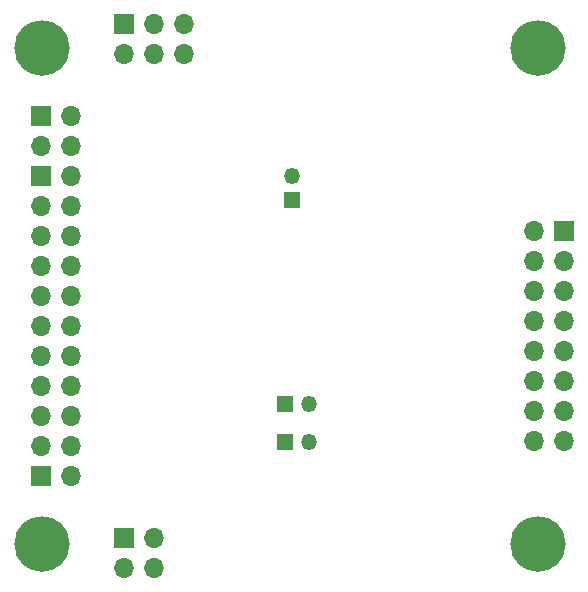
<source format=gbr>
%TF.GenerationSoftware,KiCad,Pcbnew,(7.0.0)*%
%TF.CreationDate,2023-04-27T19:26:51+01:00*%
%TF.ProjectId,OpenBCI_ESP32_ADS1298,4f70656e-4243-4495-9f45-535033325f41,rev?*%
%TF.SameCoordinates,Original*%
%TF.FileFunction,Soldermask,Bot*%
%TF.FilePolarity,Negative*%
%FSLAX46Y46*%
G04 Gerber Fmt 4.6, Leading zero omitted, Abs format (unit mm)*
G04 Created by KiCad (PCBNEW (7.0.0)) date 2023-04-27 19:26:51*
%MOMM*%
%LPD*%
G01*
G04 APERTURE LIST*
%ADD10R,1.700000X1.700000*%
%ADD11O,1.700000X1.700000*%
%ADD12C,3.100000*%
%ADD13C,4.700000*%
%ADD14R,1.350000X1.350000*%
%ADD15O,1.350000X1.350000*%
G04 APERTURE END LIST*
D10*
%TO.C,J1*%
X103969999Y-59749999D03*
D11*
X106509999Y-59749999D03*
X103969999Y-62289999D03*
X106509999Y-62289999D03*
D10*
X103969999Y-64829999D03*
D11*
X106509999Y-64829999D03*
X103969999Y-67369999D03*
X106509999Y-67369999D03*
X103969999Y-69909999D03*
X106509999Y-69909999D03*
X103969999Y-72449999D03*
X106509999Y-72449999D03*
X103969999Y-74989999D03*
X106509999Y-74989999D03*
X103969999Y-77529999D03*
X106509999Y-77529999D03*
X103969999Y-80069999D03*
X106509999Y-80069999D03*
X103969999Y-82609999D03*
X106509999Y-82609999D03*
X103969999Y-85149999D03*
X106509999Y-85149999D03*
X103969999Y-87689999D03*
X106509999Y-87689999D03*
D10*
X103969999Y-90229999D03*
D11*
X106509999Y-90229999D03*
%TD*%
D10*
%TO.C,J2*%
X148199999Y-69499999D03*
D11*
X145659999Y-69499999D03*
X148199999Y-72039999D03*
X145659999Y-72039999D03*
X148199999Y-74579999D03*
X145659999Y-74579999D03*
X148199999Y-77119999D03*
X145659999Y-77119999D03*
X148199999Y-79659999D03*
X145659999Y-79659999D03*
X148199999Y-82199999D03*
X145659999Y-82199999D03*
X148199999Y-84739999D03*
X145659999Y-84739999D03*
X148199999Y-87279999D03*
X145659999Y-87279999D03*
%TD*%
D10*
%TO.C,J3*%
X110999999Y-51999999D03*
D11*
X110999999Y-54539999D03*
X113539999Y-51999999D03*
X113539999Y-54539999D03*
X116079999Y-51999999D03*
X116079999Y-54539999D03*
%TD*%
D10*
%TO.C,J4*%
X110999999Y-95499999D03*
D11*
X110999999Y-98039999D03*
X113539999Y-95499999D03*
X113539999Y-98039999D03*
%TD*%
D12*
%TO.C,H1*%
X104000000Y-54000000D03*
D13*
X104000000Y-54000000D03*
%TD*%
D12*
%TO.C,H2*%
X104000000Y-96000000D03*
D13*
X104000000Y-96000000D03*
%TD*%
D12*
%TO.C,H3*%
X146000000Y-54000000D03*
D13*
X146000000Y-54000000D03*
%TD*%
D12*
%TO.C,H4*%
X146000000Y-96000000D03*
D13*
X146000000Y-96000000D03*
%TD*%
D14*
%TO.C,J5*%
X124599999Y-84199999D03*
D15*
X126599999Y-84199999D03*
%TD*%
D14*
%TO.C,J6*%
X124599999Y-87399999D03*
D15*
X126599999Y-87399999D03*
%TD*%
D14*
%TO.C,J7*%
X125199999Y-66899999D03*
D15*
X125199999Y-64899999D03*
%TD*%
M02*

</source>
